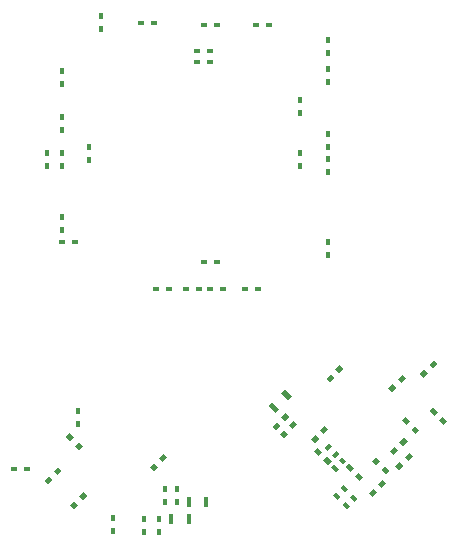
<source format=gbr>
G04 #@! TF.FileFunction,Paste,Bot*
%FSLAX46Y46*%
G04 Gerber Fmt 4.6, Leading zero omitted, Abs format (unit mm)*
G04 Created by KiCad (PCBNEW 4.0.7) date 03/16/19 17:50:55*
%MOMM*%
%LPD*%
G01*
G04 APERTURE LIST*
%ADD10C,0.100000*%
%ADD11R,0.450000X0.540000*%
%ADD12R,0.540000X0.450000*%
%ADD13R,0.450000X0.810000*%
G04 APERTURE END LIST*
D10*
G36*
X162541073Y-106339271D02*
X162859271Y-106021073D01*
X163241109Y-106402911D01*
X162922911Y-106721109D01*
X162541073Y-106339271D01*
X162541073Y-106339271D01*
G37*
G36*
X163318891Y-107117089D02*
X163637089Y-106798891D01*
X164018927Y-107180729D01*
X163700729Y-107498927D01*
X163318891Y-107117089D01*
X163318891Y-107117089D01*
G37*
G36*
X165640729Y-107381073D02*
X165958927Y-107699271D01*
X165577089Y-108081109D01*
X165258891Y-107762911D01*
X165640729Y-107381073D01*
X165640729Y-107381073D01*
G37*
G36*
X164862911Y-108158891D02*
X165181109Y-108477089D01*
X164799271Y-108858927D01*
X164481073Y-108540729D01*
X164862911Y-108158891D01*
X164862911Y-108158891D01*
G37*
G36*
X166248927Y-106620729D02*
X165930729Y-106938927D01*
X165548891Y-106557089D01*
X165867089Y-106238891D01*
X166248927Y-106620729D01*
X166248927Y-106620729D01*
G37*
G36*
X165471109Y-105842911D02*
X165152911Y-106161109D01*
X164771073Y-105779271D01*
X165089271Y-105461073D01*
X165471109Y-105842911D01*
X165471109Y-105842911D01*
G37*
G36*
X167920729Y-105101073D02*
X168238927Y-105419271D01*
X167857089Y-105801109D01*
X167538891Y-105482911D01*
X167920729Y-105101073D01*
X167920729Y-105101073D01*
G37*
G36*
X167142911Y-105878891D02*
X167461109Y-106197089D01*
X167079271Y-106578927D01*
X166761073Y-106260729D01*
X167142911Y-105878891D01*
X167142911Y-105878891D01*
G37*
G36*
X169149271Y-98748927D02*
X168831073Y-98430729D01*
X169212911Y-98048891D01*
X169531109Y-98367089D01*
X169149271Y-98748927D01*
X169149271Y-98748927D01*
G37*
G36*
X169927089Y-97971109D02*
X169608891Y-97652911D01*
X169990729Y-97271073D01*
X170308927Y-97589271D01*
X169927089Y-97971109D01*
X169927089Y-97971109D01*
G37*
G36*
X161209271Y-99158927D02*
X160891073Y-98840729D01*
X161272911Y-98458891D01*
X161591109Y-98777089D01*
X161209271Y-99158927D01*
X161209271Y-99158927D01*
G37*
G36*
X161987089Y-98381109D02*
X161668891Y-98062911D01*
X162050729Y-97681073D01*
X162368927Y-97999271D01*
X161987089Y-98381109D01*
X161987089Y-98381109D01*
G37*
G36*
X167470729Y-103811073D02*
X167788927Y-104129271D01*
X167407089Y-104511109D01*
X167088891Y-104192911D01*
X167470729Y-103811073D01*
X167470729Y-103811073D01*
G37*
G36*
X166692911Y-104588891D02*
X167011109Y-104907089D01*
X166629271Y-105288927D01*
X166311073Y-104970729D01*
X166692911Y-104588891D01*
X166692911Y-104588891D01*
G37*
G36*
X168788927Y-103220729D02*
X168470729Y-103538927D01*
X168088891Y-103157089D01*
X168407089Y-102838891D01*
X168788927Y-103220729D01*
X168788927Y-103220729D01*
G37*
G36*
X168011109Y-102442911D02*
X167692911Y-102761109D01*
X167311073Y-102379271D01*
X167629271Y-102061073D01*
X168011109Y-102442911D01*
X168011109Y-102442911D01*
G37*
G36*
X160770729Y-102811073D02*
X161088927Y-103129271D01*
X160707089Y-103511109D01*
X160388891Y-103192911D01*
X160770729Y-102811073D01*
X160770729Y-102811073D01*
G37*
G36*
X159992911Y-103588891D02*
X160311109Y-103907089D01*
X159929271Y-104288927D01*
X159611073Y-103970729D01*
X159992911Y-103588891D01*
X159992911Y-103588891D01*
G37*
G36*
X167320729Y-98501073D02*
X167638927Y-98819271D01*
X167257089Y-99201109D01*
X166938891Y-98882911D01*
X167320729Y-98501073D01*
X167320729Y-98501073D01*
G37*
G36*
X166542911Y-99278891D02*
X166861109Y-99597089D01*
X166479271Y-99978927D01*
X166161073Y-99660729D01*
X166542911Y-99278891D01*
X166542911Y-99278891D01*
G37*
G36*
X169661073Y-101589271D02*
X169979271Y-101271073D01*
X170361109Y-101652911D01*
X170042911Y-101971109D01*
X169661073Y-101589271D01*
X169661073Y-101589271D01*
G37*
G36*
X170438891Y-102367089D02*
X170757089Y-102048891D01*
X171138927Y-102430729D01*
X170820729Y-102748927D01*
X170438891Y-102367089D01*
X170438891Y-102367089D01*
G37*
G36*
X157470729Y-101731073D02*
X157788927Y-102049271D01*
X157407089Y-102431109D01*
X157088891Y-102112911D01*
X157470729Y-101731073D01*
X157470729Y-101731073D01*
G37*
G36*
X156692911Y-102508891D02*
X157011109Y-102827089D01*
X156629271Y-103208927D01*
X156311073Y-102890729D01*
X156692911Y-102508891D01*
X156692911Y-102508891D01*
G37*
G36*
X158130729Y-102401073D02*
X158448927Y-102719271D01*
X158067089Y-103101109D01*
X157748891Y-102782911D01*
X158130729Y-102401073D01*
X158130729Y-102401073D01*
G37*
G36*
X157352911Y-103178891D02*
X157671109Y-103497089D01*
X157289271Y-103878927D01*
X156971073Y-103560729D01*
X157352911Y-103178891D01*
X157352911Y-103178891D01*
G37*
G36*
X159881073Y-104989271D02*
X160199271Y-104671073D01*
X160581109Y-105052911D01*
X160262911Y-105371109D01*
X159881073Y-104989271D01*
X159881073Y-104989271D01*
G37*
G36*
X160658891Y-105767089D02*
X160977089Y-105448891D01*
X161358927Y-105830729D01*
X161040729Y-106148927D01*
X160658891Y-105767089D01*
X160658891Y-105767089D01*
G37*
D11*
X148250000Y-109300000D03*
X148250000Y-108200000D03*
X147250000Y-109300000D03*
X147250000Y-108200000D03*
X146750000Y-110700000D03*
X146750000Y-111800000D03*
X145500000Y-110700000D03*
X145500000Y-111800000D03*
D10*
G36*
X138831073Y-103739271D02*
X139149271Y-103421073D01*
X139531109Y-103802911D01*
X139212911Y-104121109D01*
X138831073Y-103739271D01*
X138831073Y-103739271D01*
G37*
G36*
X139608891Y-104517089D02*
X139927089Y-104198891D01*
X140308927Y-104580729D01*
X139990729Y-104898927D01*
X139608891Y-104517089D01*
X139608891Y-104517089D01*
G37*
G36*
X137359271Y-107788927D02*
X137041073Y-107470729D01*
X137422911Y-107088891D01*
X137741109Y-107407089D01*
X137359271Y-107788927D01*
X137359271Y-107788927D01*
G37*
G36*
X138137089Y-107011109D02*
X137818891Y-106692911D01*
X138200729Y-106311073D01*
X138518927Y-106629271D01*
X138137089Y-107011109D01*
X138137089Y-107011109D01*
G37*
G36*
X139509271Y-109908927D02*
X139191073Y-109590729D01*
X139572911Y-109208891D01*
X139891109Y-109527089D01*
X139509271Y-109908927D01*
X139509271Y-109908927D01*
G37*
G36*
X140287089Y-109131109D02*
X139968891Y-108812911D01*
X140350729Y-108431073D01*
X140668927Y-108749271D01*
X140287089Y-109131109D01*
X140287089Y-109131109D01*
G37*
G36*
X147120729Y-105191073D02*
X147438927Y-105509271D01*
X147057089Y-105891109D01*
X146738891Y-105572911D01*
X147120729Y-105191073D01*
X147120729Y-105191073D01*
G37*
G36*
X146342911Y-105968891D02*
X146661109Y-106287089D01*
X146279271Y-106668927D01*
X145961073Y-106350729D01*
X146342911Y-105968891D01*
X146342911Y-105968891D01*
G37*
D11*
X142880000Y-111770000D03*
X142880000Y-110670000D03*
X139890000Y-101570000D03*
X139890000Y-102670000D03*
D12*
X135575000Y-106500000D03*
X134475000Y-106500000D03*
X151050000Y-72050000D03*
X149950000Y-72050000D03*
X151050000Y-71100000D03*
X149950000Y-71100000D03*
D11*
X158700000Y-75250000D03*
X158700000Y-76350000D03*
X158700000Y-79750000D03*
X158700000Y-80850000D03*
D12*
X150550000Y-88950000D03*
X151650000Y-88950000D03*
D11*
X140850000Y-79250000D03*
X140850000Y-80350000D03*
X137300000Y-79750000D03*
X137300000Y-80850000D03*
X138550000Y-79750000D03*
X138550000Y-80850000D03*
D12*
X150550000Y-68900000D03*
X151650000Y-68900000D03*
D11*
X161050000Y-71250000D03*
X161050000Y-70150000D03*
X161050000Y-79250000D03*
X161050000Y-78150000D03*
D12*
X151050000Y-91250000D03*
X152150000Y-91250000D03*
X138550000Y-87250000D03*
X139650000Y-87250000D03*
D11*
X138550000Y-72750000D03*
X138550000Y-73850000D03*
X138550000Y-77750000D03*
X138550000Y-76650000D03*
X138550000Y-86250000D03*
X138550000Y-85150000D03*
D12*
X147550000Y-91250000D03*
X146450000Y-91250000D03*
X149050000Y-91250000D03*
X150150000Y-91250000D03*
X154050000Y-91250000D03*
X155150000Y-91250000D03*
D11*
X141800000Y-68100000D03*
X141800000Y-69200000D03*
X161050000Y-87250000D03*
X161050000Y-88350000D03*
X161050000Y-73750000D03*
X161050000Y-72650000D03*
D12*
X156050000Y-68900000D03*
X154950000Y-68900000D03*
X145200000Y-68750000D03*
X146300000Y-68750000D03*
D11*
X161050000Y-80250000D03*
X161050000Y-81350000D03*
D10*
G36*
X156596949Y-101725807D02*
X156024193Y-101153051D01*
X156342391Y-100834853D01*
X156915147Y-101407609D01*
X156596949Y-101725807D01*
X156596949Y-101725807D01*
G37*
G36*
X157657609Y-100665147D02*
X157084853Y-100092391D01*
X157403051Y-99774193D01*
X157975807Y-100346949D01*
X157657609Y-100665147D01*
X157657609Y-100665147D01*
G37*
D13*
X149250000Y-109250000D03*
X150750000Y-109250000D03*
X147750000Y-110750000D03*
X149250000Y-110750000D03*
D10*
G36*
X162194558Y-105453604D02*
X162576396Y-105835442D01*
X162321838Y-106090000D01*
X161940000Y-105708162D01*
X162194558Y-105453604D01*
X162194558Y-105453604D01*
G37*
G36*
X161558162Y-106090000D02*
X161940000Y-106471838D01*
X161685442Y-106726396D01*
X161303604Y-106344558D01*
X161558162Y-106090000D01*
X161558162Y-106090000D01*
G37*
G36*
X162036396Y-105204558D02*
X161654558Y-105586396D01*
X161400000Y-105331838D01*
X161781838Y-104950000D01*
X162036396Y-105204558D01*
X162036396Y-105204558D01*
G37*
G36*
X161400000Y-104568162D02*
X161018162Y-104950000D01*
X160763604Y-104695442D01*
X161145442Y-104313604D01*
X161400000Y-104568162D01*
X161400000Y-104568162D01*
G37*
G36*
X161845442Y-109086396D02*
X161463604Y-108704558D01*
X161718162Y-108450000D01*
X162100000Y-108831838D01*
X161845442Y-109086396D01*
X161845442Y-109086396D01*
G37*
G36*
X162481838Y-108450000D02*
X162100000Y-108068162D01*
X162354558Y-107813604D01*
X162736396Y-108195442D01*
X162481838Y-108450000D01*
X162481838Y-108450000D01*
G37*
G36*
X162645442Y-109886396D02*
X162263604Y-109504558D01*
X162518162Y-109250000D01*
X162900000Y-109631838D01*
X162645442Y-109886396D01*
X162645442Y-109886396D01*
G37*
G36*
X163281838Y-109250000D02*
X162900000Y-108868162D01*
X163154558Y-108613604D01*
X163536396Y-108995442D01*
X163281838Y-109250000D01*
X163281838Y-109250000D01*
G37*
M02*

</source>
